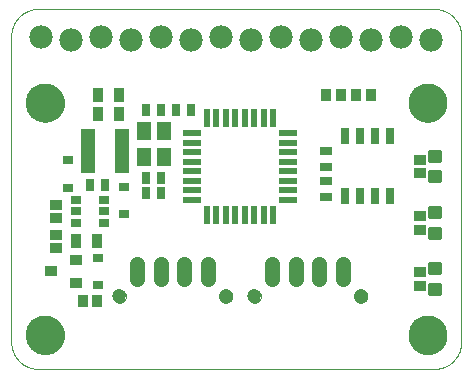
<source format=gts>
G75*
%MOIN*%
%OFA0B0*%
%FSLAX25Y25*%
%IPPOS*%
%LPD*%
%AMOC8*
5,1,8,0,0,1.08239X$1,22.5*
%
%ADD10C,0.00000*%
%ADD11C,0.12998*%
%ADD12R,0.03156X0.03943*%
%ADD13R,0.03550X0.05124*%
%ADD14R,0.03668X0.02880*%
%ADD15R,0.05124X0.14967*%
%ADD16R,0.03943X0.03746*%
%ADD17R,0.06109X0.02369*%
%ADD18R,0.02369X0.06109*%
%ADD19R,0.03943X0.03156*%
%ADD20C,0.01301*%
%ADD21R,0.02900X0.05400*%
%ADD22R,0.03550X0.02880*%
%ADD23R,0.03600X0.03900*%
%ADD24R,0.05124X0.05912*%
%ADD25R,0.03943X0.03550*%
%ADD26R,0.03746X0.03943*%
%ADD27C,0.05156*%
%ADD28C,0.04731*%
%ADD29C,0.07800*%
D10*
X0014550Y0005550D02*
X0146550Y0005550D01*
X0146767Y0005553D01*
X0146985Y0005561D01*
X0147202Y0005574D01*
X0147419Y0005592D01*
X0147635Y0005616D01*
X0147850Y0005644D01*
X0148065Y0005678D01*
X0148279Y0005718D01*
X0148492Y0005762D01*
X0148704Y0005812D01*
X0148914Y0005866D01*
X0149124Y0005926D01*
X0149331Y0005990D01*
X0149537Y0006060D01*
X0149741Y0006135D01*
X0149944Y0006214D01*
X0150144Y0006299D01*
X0150343Y0006388D01*
X0150539Y0006482D01*
X0150733Y0006581D01*
X0150924Y0006684D01*
X0151113Y0006792D01*
X0151299Y0006905D01*
X0151482Y0007022D01*
X0151663Y0007143D01*
X0151840Y0007269D01*
X0152014Y0007399D01*
X0152186Y0007533D01*
X0152354Y0007671D01*
X0152518Y0007813D01*
X0152679Y0007960D01*
X0152837Y0008110D01*
X0152990Y0008263D01*
X0153140Y0008421D01*
X0153287Y0008582D01*
X0153429Y0008746D01*
X0153567Y0008914D01*
X0153701Y0009086D01*
X0153831Y0009260D01*
X0153957Y0009437D01*
X0154078Y0009618D01*
X0154195Y0009801D01*
X0154308Y0009987D01*
X0154416Y0010176D01*
X0154519Y0010367D01*
X0154618Y0010561D01*
X0154712Y0010757D01*
X0154801Y0010956D01*
X0154886Y0011156D01*
X0154965Y0011359D01*
X0155040Y0011563D01*
X0155110Y0011769D01*
X0155174Y0011976D01*
X0155234Y0012186D01*
X0155288Y0012396D01*
X0155338Y0012608D01*
X0155382Y0012821D01*
X0155422Y0013035D01*
X0155456Y0013250D01*
X0155484Y0013465D01*
X0155508Y0013681D01*
X0155526Y0013898D01*
X0155539Y0014115D01*
X0155547Y0014333D01*
X0155550Y0014550D01*
X0155550Y0116550D01*
X0155547Y0116767D01*
X0155539Y0116985D01*
X0155526Y0117202D01*
X0155508Y0117419D01*
X0155484Y0117635D01*
X0155456Y0117850D01*
X0155422Y0118065D01*
X0155382Y0118279D01*
X0155338Y0118492D01*
X0155288Y0118704D01*
X0155234Y0118914D01*
X0155174Y0119124D01*
X0155110Y0119331D01*
X0155040Y0119537D01*
X0154965Y0119741D01*
X0154886Y0119944D01*
X0154801Y0120144D01*
X0154712Y0120343D01*
X0154618Y0120539D01*
X0154519Y0120733D01*
X0154416Y0120924D01*
X0154308Y0121113D01*
X0154195Y0121299D01*
X0154078Y0121482D01*
X0153957Y0121663D01*
X0153831Y0121840D01*
X0153701Y0122014D01*
X0153567Y0122186D01*
X0153429Y0122354D01*
X0153287Y0122518D01*
X0153140Y0122679D01*
X0152990Y0122837D01*
X0152837Y0122990D01*
X0152679Y0123140D01*
X0152518Y0123287D01*
X0152354Y0123429D01*
X0152186Y0123567D01*
X0152014Y0123701D01*
X0151840Y0123831D01*
X0151663Y0123957D01*
X0151482Y0124078D01*
X0151299Y0124195D01*
X0151113Y0124308D01*
X0150924Y0124416D01*
X0150733Y0124519D01*
X0150539Y0124618D01*
X0150343Y0124712D01*
X0150144Y0124801D01*
X0149944Y0124886D01*
X0149741Y0124965D01*
X0149537Y0125040D01*
X0149331Y0125110D01*
X0149124Y0125174D01*
X0148914Y0125234D01*
X0148704Y0125288D01*
X0148492Y0125338D01*
X0148279Y0125382D01*
X0148065Y0125422D01*
X0147850Y0125456D01*
X0147635Y0125484D01*
X0147419Y0125508D01*
X0147202Y0125526D01*
X0146985Y0125539D01*
X0146767Y0125547D01*
X0146550Y0125550D01*
X0014550Y0125550D01*
X0014333Y0125547D01*
X0014115Y0125539D01*
X0013898Y0125526D01*
X0013681Y0125508D01*
X0013465Y0125484D01*
X0013250Y0125456D01*
X0013035Y0125422D01*
X0012821Y0125382D01*
X0012608Y0125338D01*
X0012396Y0125288D01*
X0012186Y0125234D01*
X0011976Y0125174D01*
X0011769Y0125110D01*
X0011563Y0125040D01*
X0011359Y0124965D01*
X0011156Y0124886D01*
X0010956Y0124801D01*
X0010757Y0124712D01*
X0010561Y0124618D01*
X0010367Y0124519D01*
X0010176Y0124416D01*
X0009987Y0124308D01*
X0009801Y0124195D01*
X0009618Y0124078D01*
X0009437Y0123957D01*
X0009260Y0123831D01*
X0009086Y0123701D01*
X0008914Y0123567D01*
X0008746Y0123429D01*
X0008582Y0123287D01*
X0008421Y0123140D01*
X0008263Y0122990D01*
X0008110Y0122837D01*
X0007960Y0122679D01*
X0007813Y0122518D01*
X0007671Y0122354D01*
X0007533Y0122186D01*
X0007399Y0122014D01*
X0007269Y0121840D01*
X0007143Y0121663D01*
X0007022Y0121482D01*
X0006905Y0121299D01*
X0006792Y0121113D01*
X0006684Y0120924D01*
X0006581Y0120733D01*
X0006482Y0120539D01*
X0006388Y0120343D01*
X0006299Y0120144D01*
X0006214Y0119944D01*
X0006135Y0119741D01*
X0006060Y0119537D01*
X0005990Y0119331D01*
X0005926Y0119124D01*
X0005866Y0118914D01*
X0005812Y0118704D01*
X0005762Y0118492D01*
X0005718Y0118279D01*
X0005678Y0118065D01*
X0005644Y0117850D01*
X0005616Y0117635D01*
X0005592Y0117419D01*
X0005574Y0117202D01*
X0005561Y0116985D01*
X0005553Y0116767D01*
X0005550Y0116550D01*
X0005550Y0014550D01*
X0005553Y0014333D01*
X0005561Y0014115D01*
X0005574Y0013898D01*
X0005592Y0013681D01*
X0005616Y0013465D01*
X0005644Y0013250D01*
X0005678Y0013035D01*
X0005718Y0012821D01*
X0005762Y0012608D01*
X0005812Y0012396D01*
X0005866Y0012186D01*
X0005926Y0011976D01*
X0005990Y0011769D01*
X0006060Y0011563D01*
X0006135Y0011359D01*
X0006214Y0011156D01*
X0006299Y0010956D01*
X0006388Y0010757D01*
X0006482Y0010561D01*
X0006581Y0010367D01*
X0006684Y0010176D01*
X0006792Y0009987D01*
X0006905Y0009801D01*
X0007022Y0009618D01*
X0007143Y0009437D01*
X0007269Y0009260D01*
X0007399Y0009086D01*
X0007533Y0008914D01*
X0007671Y0008746D01*
X0007813Y0008582D01*
X0007960Y0008421D01*
X0008110Y0008263D01*
X0008263Y0008110D01*
X0008421Y0007960D01*
X0008582Y0007813D01*
X0008746Y0007671D01*
X0008914Y0007533D01*
X0009086Y0007399D01*
X0009260Y0007269D01*
X0009437Y0007143D01*
X0009618Y0007022D01*
X0009801Y0006905D01*
X0009987Y0006792D01*
X0010176Y0006684D01*
X0010367Y0006581D01*
X0010561Y0006482D01*
X0010757Y0006388D01*
X0010956Y0006299D01*
X0011156Y0006214D01*
X0011359Y0006135D01*
X0011563Y0006060D01*
X0011769Y0005990D01*
X0011976Y0005926D01*
X0012186Y0005866D01*
X0012396Y0005812D01*
X0012608Y0005762D01*
X0012821Y0005718D01*
X0013035Y0005678D01*
X0013250Y0005644D01*
X0013465Y0005616D01*
X0013681Y0005592D01*
X0013898Y0005574D01*
X0014115Y0005561D01*
X0014333Y0005553D01*
X0014550Y0005550D01*
X0010501Y0016800D02*
X0010503Y0016958D01*
X0010509Y0017116D01*
X0010519Y0017274D01*
X0010533Y0017432D01*
X0010551Y0017589D01*
X0010572Y0017746D01*
X0010598Y0017902D01*
X0010628Y0018058D01*
X0010661Y0018213D01*
X0010699Y0018366D01*
X0010740Y0018519D01*
X0010785Y0018671D01*
X0010834Y0018822D01*
X0010887Y0018971D01*
X0010943Y0019119D01*
X0011003Y0019265D01*
X0011067Y0019410D01*
X0011135Y0019553D01*
X0011206Y0019695D01*
X0011280Y0019835D01*
X0011358Y0019972D01*
X0011440Y0020108D01*
X0011524Y0020242D01*
X0011613Y0020373D01*
X0011704Y0020502D01*
X0011799Y0020629D01*
X0011896Y0020754D01*
X0011997Y0020876D01*
X0012101Y0020995D01*
X0012208Y0021112D01*
X0012318Y0021226D01*
X0012431Y0021337D01*
X0012546Y0021446D01*
X0012664Y0021551D01*
X0012785Y0021653D01*
X0012908Y0021753D01*
X0013034Y0021849D01*
X0013162Y0021942D01*
X0013292Y0022032D01*
X0013425Y0022118D01*
X0013560Y0022202D01*
X0013696Y0022281D01*
X0013835Y0022358D01*
X0013976Y0022430D01*
X0014118Y0022500D01*
X0014262Y0022565D01*
X0014408Y0022627D01*
X0014555Y0022685D01*
X0014704Y0022740D01*
X0014854Y0022791D01*
X0015005Y0022838D01*
X0015157Y0022881D01*
X0015310Y0022920D01*
X0015465Y0022956D01*
X0015620Y0022987D01*
X0015776Y0023015D01*
X0015932Y0023039D01*
X0016089Y0023059D01*
X0016247Y0023075D01*
X0016404Y0023087D01*
X0016563Y0023095D01*
X0016721Y0023099D01*
X0016879Y0023099D01*
X0017037Y0023095D01*
X0017196Y0023087D01*
X0017353Y0023075D01*
X0017511Y0023059D01*
X0017668Y0023039D01*
X0017824Y0023015D01*
X0017980Y0022987D01*
X0018135Y0022956D01*
X0018290Y0022920D01*
X0018443Y0022881D01*
X0018595Y0022838D01*
X0018746Y0022791D01*
X0018896Y0022740D01*
X0019045Y0022685D01*
X0019192Y0022627D01*
X0019338Y0022565D01*
X0019482Y0022500D01*
X0019624Y0022430D01*
X0019765Y0022358D01*
X0019904Y0022281D01*
X0020040Y0022202D01*
X0020175Y0022118D01*
X0020308Y0022032D01*
X0020438Y0021942D01*
X0020566Y0021849D01*
X0020692Y0021753D01*
X0020815Y0021653D01*
X0020936Y0021551D01*
X0021054Y0021446D01*
X0021169Y0021337D01*
X0021282Y0021226D01*
X0021392Y0021112D01*
X0021499Y0020995D01*
X0021603Y0020876D01*
X0021704Y0020754D01*
X0021801Y0020629D01*
X0021896Y0020502D01*
X0021987Y0020373D01*
X0022076Y0020242D01*
X0022160Y0020108D01*
X0022242Y0019972D01*
X0022320Y0019835D01*
X0022394Y0019695D01*
X0022465Y0019553D01*
X0022533Y0019410D01*
X0022597Y0019265D01*
X0022657Y0019119D01*
X0022713Y0018971D01*
X0022766Y0018822D01*
X0022815Y0018671D01*
X0022860Y0018519D01*
X0022901Y0018366D01*
X0022939Y0018213D01*
X0022972Y0018058D01*
X0023002Y0017902D01*
X0023028Y0017746D01*
X0023049Y0017589D01*
X0023067Y0017432D01*
X0023081Y0017274D01*
X0023091Y0017116D01*
X0023097Y0016958D01*
X0023099Y0016800D01*
X0023097Y0016642D01*
X0023091Y0016484D01*
X0023081Y0016326D01*
X0023067Y0016168D01*
X0023049Y0016011D01*
X0023028Y0015854D01*
X0023002Y0015698D01*
X0022972Y0015542D01*
X0022939Y0015387D01*
X0022901Y0015234D01*
X0022860Y0015081D01*
X0022815Y0014929D01*
X0022766Y0014778D01*
X0022713Y0014629D01*
X0022657Y0014481D01*
X0022597Y0014335D01*
X0022533Y0014190D01*
X0022465Y0014047D01*
X0022394Y0013905D01*
X0022320Y0013765D01*
X0022242Y0013628D01*
X0022160Y0013492D01*
X0022076Y0013358D01*
X0021987Y0013227D01*
X0021896Y0013098D01*
X0021801Y0012971D01*
X0021704Y0012846D01*
X0021603Y0012724D01*
X0021499Y0012605D01*
X0021392Y0012488D01*
X0021282Y0012374D01*
X0021169Y0012263D01*
X0021054Y0012154D01*
X0020936Y0012049D01*
X0020815Y0011947D01*
X0020692Y0011847D01*
X0020566Y0011751D01*
X0020438Y0011658D01*
X0020308Y0011568D01*
X0020175Y0011482D01*
X0020040Y0011398D01*
X0019904Y0011319D01*
X0019765Y0011242D01*
X0019624Y0011170D01*
X0019482Y0011100D01*
X0019338Y0011035D01*
X0019192Y0010973D01*
X0019045Y0010915D01*
X0018896Y0010860D01*
X0018746Y0010809D01*
X0018595Y0010762D01*
X0018443Y0010719D01*
X0018290Y0010680D01*
X0018135Y0010644D01*
X0017980Y0010613D01*
X0017824Y0010585D01*
X0017668Y0010561D01*
X0017511Y0010541D01*
X0017353Y0010525D01*
X0017196Y0010513D01*
X0017037Y0010505D01*
X0016879Y0010501D01*
X0016721Y0010501D01*
X0016563Y0010505D01*
X0016404Y0010513D01*
X0016247Y0010525D01*
X0016089Y0010541D01*
X0015932Y0010561D01*
X0015776Y0010585D01*
X0015620Y0010613D01*
X0015465Y0010644D01*
X0015310Y0010680D01*
X0015157Y0010719D01*
X0015005Y0010762D01*
X0014854Y0010809D01*
X0014704Y0010860D01*
X0014555Y0010915D01*
X0014408Y0010973D01*
X0014262Y0011035D01*
X0014118Y0011100D01*
X0013976Y0011170D01*
X0013835Y0011242D01*
X0013696Y0011319D01*
X0013560Y0011398D01*
X0013425Y0011482D01*
X0013292Y0011568D01*
X0013162Y0011658D01*
X0013034Y0011751D01*
X0012908Y0011847D01*
X0012785Y0011947D01*
X0012664Y0012049D01*
X0012546Y0012154D01*
X0012431Y0012263D01*
X0012318Y0012374D01*
X0012208Y0012488D01*
X0012101Y0012605D01*
X0011997Y0012724D01*
X0011896Y0012846D01*
X0011799Y0012971D01*
X0011704Y0013098D01*
X0011613Y0013227D01*
X0011524Y0013358D01*
X0011440Y0013492D01*
X0011358Y0013628D01*
X0011280Y0013765D01*
X0011206Y0013905D01*
X0011135Y0014047D01*
X0011067Y0014190D01*
X0011003Y0014335D01*
X0010943Y0014481D01*
X0010887Y0014629D01*
X0010834Y0014778D01*
X0010785Y0014929D01*
X0010740Y0015081D01*
X0010699Y0015234D01*
X0010661Y0015387D01*
X0010628Y0015542D01*
X0010598Y0015698D01*
X0010572Y0015854D01*
X0010551Y0016011D01*
X0010533Y0016168D01*
X0010519Y0016326D01*
X0010509Y0016484D01*
X0010503Y0016642D01*
X0010501Y0016800D01*
X0039418Y0029782D02*
X0039420Y0029875D01*
X0039426Y0029967D01*
X0039436Y0030059D01*
X0039450Y0030150D01*
X0039467Y0030241D01*
X0039489Y0030331D01*
X0039514Y0030420D01*
X0039543Y0030508D01*
X0039576Y0030594D01*
X0039613Y0030679D01*
X0039653Y0030763D01*
X0039697Y0030844D01*
X0039744Y0030924D01*
X0039794Y0031002D01*
X0039848Y0031077D01*
X0039905Y0031150D01*
X0039965Y0031220D01*
X0040028Y0031288D01*
X0040094Y0031353D01*
X0040162Y0031415D01*
X0040233Y0031475D01*
X0040307Y0031531D01*
X0040383Y0031584D01*
X0040461Y0031633D01*
X0040541Y0031680D01*
X0040623Y0031722D01*
X0040707Y0031762D01*
X0040792Y0031797D01*
X0040879Y0031829D01*
X0040967Y0031858D01*
X0041056Y0031882D01*
X0041146Y0031903D01*
X0041237Y0031919D01*
X0041329Y0031932D01*
X0041421Y0031941D01*
X0041514Y0031946D01*
X0041606Y0031947D01*
X0041699Y0031944D01*
X0041791Y0031937D01*
X0041883Y0031926D01*
X0041974Y0031911D01*
X0042065Y0031893D01*
X0042155Y0031870D01*
X0042243Y0031844D01*
X0042331Y0031814D01*
X0042417Y0031780D01*
X0042501Y0031743D01*
X0042584Y0031701D01*
X0042665Y0031657D01*
X0042745Y0031609D01*
X0042822Y0031558D01*
X0042896Y0031503D01*
X0042969Y0031445D01*
X0043039Y0031385D01*
X0043106Y0031321D01*
X0043170Y0031255D01*
X0043232Y0031185D01*
X0043290Y0031114D01*
X0043345Y0031040D01*
X0043397Y0030963D01*
X0043446Y0030884D01*
X0043492Y0030804D01*
X0043534Y0030721D01*
X0043572Y0030637D01*
X0043607Y0030551D01*
X0043638Y0030464D01*
X0043665Y0030376D01*
X0043688Y0030286D01*
X0043708Y0030196D01*
X0043724Y0030105D01*
X0043736Y0030013D01*
X0043744Y0029921D01*
X0043748Y0029828D01*
X0043748Y0029736D01*
X0043744Y0029643D01*
X0043736Y0029551D01*
X0043724Y0029459D01*
X0043708Y0029368D01*
X0043688Y0029278D01*
X0043665Y0029188D01*
X0043638Y0029100D01*
X0043607Y0029013D01*
X0043572Y0028927D01*
X0043534Y0028843D01*
X0043492Y0028760D01*
X0043446Y0028680D01*
X0043397Y0028601D01*
X0043345Y0028524D01*
X0043290Y0028450D01*
X0043232Y0028379D01*
X0043170Y0028309D01*
X0043106Y0028243D01*
X0043039Y0028179D01*
X0042969Y0028119D01*
X0042896Y0028061D01*
X0042822Y0028006D01*
X0042745Y0027955D01*
X0042666Y0027907D01*
X0042584Y0027863D01*
X0042501Y0027821D01*
X0042417Y0027784D01*
X0042331Y0027750D01*
X0042243Y0027720D01*
X0042155Y0027694D01*
X0042065Y0027671D01*
X0041974Y0027653D01*
X0041883Y0027638D01*
X0041791Y0027627D01*
X0041699Y0027620D01*
X0041606Y0027617D01*
X0041514Y0027618D01*
X0041421Y0027623D01*
X0041329Y0027632D01*
X0041237Y0027645D01*
X0041146Y0027661D01*
X0041056Y0027682D01*
X0040967Y0027706D01*
X0040879Y0027735D01*
X0040792Y0027767D01*
X0040707Y0027802D01*
X0040623Y0027842D01*
X0040541Y0027884D01*
X0040461Y0027931D01*
X0040383Y0027980D01*
X0040307Y0028033D01*
X0040233Y0028089D01*
X0040162Y0028149D01*
X0040094Y0028211D01*
X0040028Y0028276D01*
X0039965Y0028344D01*
X0039905Y0028414D01*
X0039848Y0028487D01*
X0039794Y0028562D01*
X0039744Y0028640D01*
X0039697Y0028720D01*
X0039653Y0028801D01*
X0039613Y0028885D01*
X0039576Y0028970D01*
X0039543Y0029056D01*
X0039514Y0029144D01*
X0039489Y0029233D01*
X0039467Y0029323D01*
X0039450Y0029414D01*
X0039436Y0029505D01*
X0039426Y0029597D01*
X0039420Y0029689D01*
X0039418Y0029782D01*
X0074852Y0029782D02*
X0074854Y0029875D01*
X0074860Y0029967D01*
X0074870Y0030059D01*
X0074884Y0030150D01*
X0074901Y0030241D01*
X0074923Y0030331D01*
X0074948Y0030420D01*
X0074977Y0030508D01*
X0075010Y0030594D01*
X0075047Y0030679D01*
X0075087Y0030763D01*
X0075131Y0030844D01*
X0075178Y0030924D01*
X0075228Y0031002D01*
X0075282Y0031077D01*
X0075339Y0031150D01*
X0075399Y0031220D01*
X0075462Y0031288D01*
X0075528Y0031353D01*
X0075596Y0031415D01*
X0075667Y0031475D01*
X0075741Y0031531D01*
X0075817Y0031584D01*
X0075895Y0031633D01*
X0075975Y0031680D01*
X0076057Y0031722D01*
X0076141Y0031762D01*
X0076226Y0031797D01*
X0076313Y0031829D01*
X0076401Y0031858D01*
X0076490Y0031882D01*
X0076580Y0031903D01*
X0076671Y0031919D01*
X0076763Y0031932D01*
X0076855Y0031941D01*
X0076948Y0031946D01*
X0077040Y0031947D01*
X0077133Y0031944D01*
X0077225Y0031937D01*
X0077317Y0031926D01*
X0077408Y0031911D01*
X0077499Y0031893D01*
X0077589Y0031870D01*
X0077677Y0031844D01*
X0077765Y0031814D01*
X0077851Y0031780D01*
X0077935Y0031743D01*
X0078018Y0031701D01*
X0078099Y0031657D01*
X0078179Y0031609D01*
X0078256Y0031558D01*
X0078330Y0031503D01*
X0078403Y0031445D01*
X0078473Y0031385D01*
X0078540Y0031321D01*
X0078604Y0031255D01*
X0078666Y0031185D01*
X0078724Y0031114D01*
X0078779Y0031040D01*
X0078831Y0030963D01*
X0078880Y0030884D01*
X0078926Y0030804D01*
X0078968Y0030721D01*
X0079006Y0030637D01*
X0079041Y0030551D01*
X0079072Y0030464D01*
X0079099Y0030376D01*
X0079122Y0030286D01*
X0079142Y0030196D01*
X0079158Y0030105D01*
X0079170Y0030013D01*
X0079178Y0029921D01*
X0079182Y0029828D01*
X0079182Y0029736D01*
X0079178Y0029643D01*
X0079170Y0029551D01*
X0079158Y0029459D01*
X0079142Y0029368D01*
X0079122Y0029278D01*
X0079099Y0029188D01*
X0079072Y0029100D01*
X0079041Y0029013D01*
X0079006Y0028927D01*
X0078968Y0028843D01*
X0078926Y0028760D01*
X0078880Y0028680D01*
X0078831Y0028601D01*
X0078779Y0028524D01*
X0078724Y0028450D01*
X0078666Y0028379D01*
X0078604Y0028309D01*
X0078540Y0028243D01*
X0078473Y0028179D01*
X0078403Y0028119D01*
X0078330Y0028061D01*
X0078256Y0028006D01*
X0078179Y0027955D01*
X0078100Y0027907D01*
X0078018Y0027863D01*
X0077935Y0027821D01*
X0077851Y0027784D01*
X0077765Y0027750D01*
X0077677Y0027720D01*
X0077589Y0027694D01*
X0077499Y0027671D01*
X0077408Y0027653D01*
X0077317Y0027638D01*
X0077225Y0027627D01*
X0077133Y0027620D01*
X0077040Y0027617D01*
X0076948Y0027618D01*
X0076855Y0027623D01*
X0076763Y0027632D01*
X0076671Y0027645D01*
X0076580Y0027661D01*
X0076490Y0027682D01*
X0076401Y0027706D01*
X0076313Y0027735D01*
X0076226Y0027767D01*
X0076141Y0027802D01*
X0076057Y0027842D01*
X0075975Y0027884D01*
X0075895Y0027931D01*
X0075817Y0027980D01*
X0075741Y0028033D01*
X0075667Y0028089D01*
X0075596Y0028149D01*
X0075528Y0028211D01*
X0075462Y0028276D01*
X0075399Y0028344D01*
X0075339Y0028414D01*
X0075282Y0028487D01*
X0075228Y0028562D01*
X0075178Y0028640D01*
X0075131Y0028720D01*
X0075087Y0028801D01*
X0075047Y0028885D01*
X0075010Y0028970D01*
X0074977Y0029056D01*
X0074948Y0029144D01*
X0074923Y0029233D01*
X0074901Y0029323D01*
X0074884Y0029414D01*
X0074870Y0029505D01*
X0074860Y0029597D01*
X0074854Y0029689D01*
X0074852Y0029782D01*
X0084418Y0029782D02*
X0084420Y0029875D01*
X0084426Y0029967D01*
X0084436Y0030059D01*
X0084450Y0030150D01*
X0084467Y0030241D01*
X0084489Y0030331D01*
X0084514Y0030420D01*
X0084543Y0030508D01*
X0084576Y0030594D01*
X0084613Y0030679D01*
X0084653Y0030763D01*
X0084697Y0030844D01*
X0084744Y0030924D01*
X0084794Y0031002D01*
X0084848Y0031077D01*
X0084905Y0031150D01*
X0084965Y0031220D01*
X0085028Y0031288D01*
X0085094Y0031353D01*
X0085162Y0031415D01*
X0085233Y0031475D01*
X0085307Y0031531D01*
X0085383Y0031584D01*
X0085461Y0031633D01*
X0085541Y0031680D01*
X0085623Y0031722D01*
X0085707Y0031762D01*
X0085792Y0031797D01*
X0085879Y0031829D01*
X0085967Y0031858D01*
X0086056Y0031882D01*
X0086146Y0031903D01*
X0086237Y0031919D01*
X0086329Y0031932D01*
X0086421Y0031941D01*
X0086514Y0031946D01*
X0086606Y0031947D01*
X0086699Y0031944D01*
X0086791Y0031937D01*
X0086883Y0031926D01*
X0086974Y0031911D01*
X0087065Y0031893D01*
X0087155Y0031870D01*
X0087243Y0031844D01*
X0087331Y0031814D01*
X0087417Y0031780D01*
X0087501Y0031743D01*
X0087584Y0031701D01*
X0087665Y0031657D01*
X0087745Y0031609D01*
X0087822Y0031558D01*
X0087896Y0031503D01*
X0087969Y0031445D01*
X0088039Y0031385D01*
X0088106Y0031321D01*
X0088170Y0031255D01*
X0088232Y0031185D01*
X0088290Y0031114D01*
X0088345Y0031040D01*
X0088397Y0030963D01*
X0088446Y0030884D01*
X0088492Y0030804D01*
X0088534Y0030721D01*
X0088572Y0030637D01*
X0088607Y0030551D01*
X0088638Y0030464D01*
X0088665Y0030376D01*
X0088688Y0030286D01*
X0088708Y0030196D01*
X0088724Y0030105D01*
X0088736Y0030013D01*
X0088744Y0029921D01*
X0088748Y0029828D01*
X0088748Y0029736D01*
X0088744Y0029643D01*
X0088736Y0029551D01*
X0088724Y0029459D01*
X0088708Y0029368D01*
X0088688Y0029278D01*
X0088665Y0029188D01*
X0088638Y0029100D01*
X0088607Y0029013D01*
X0088572Y0028927D01*
X0088534Y0028843D01*
X0088492Y0028760D01*
X0088446Y0028680D01*
X0088397Y0028601D01*
X0088345Y0028524D01*
X0088290Y0028450D01*
X0088232Y0028379D01*
X0088170Y0028309D01*
X0088106Y0028243D01*
X0088039Y0028179D01*
X0087969Y0028119D01*
X0087896Y0028061D01*
X0087822Y0028006D01*
X0087745Y0027955D01*
X0087666Y0027907D01*
X0087584Y0027863D01*
X0087501Y0027821D01*
X0087417Y0027784D01*
X0087331Y0027750D01*
X0087243Y0027720D01*
X0087155Y0027694D01*
X0087065Y0027671D01*
X0086974Y0027653D01*
X0086883Y0027638D01*
X0086791Y0027627D01*
X0086699Y0027620D01*
X0086606Y0027617D01*
X0086514Y0027618D01*
X0086421Y0027623D01*
X0086329Y0027632D01*
X0086237Y0027645D01*
X0086146Y0027661D01*
X0086056Y0027682D01*
X0085967Y0027706D01*
X0085879Y0027735D01*
X0085792Y0027767D01*
X0085707Y0027802D01*
X0085623Y0027842D01*
X0085541Y0027884D01*
X0085461Y0027931D01*
X0085383Y0027980D01*
X0085307Y0028033D01*
X0085233Y0028089D01*
X0085162Y0028149D01*
X0085094Y0028211D01*
X0085028Y0028276D01*
X0084965Y0028344D01*
X0084905Y0028414D01*
X0084848Y0028487D01*
X0084794Y0028562D01*
X0084744Y0028640D01*
X0084697Y0028720D01*
X0084653Y0028801D01*
X0084613Y0028885D01*
X0084576Y0028970D01*
X0084543Y0029056D01*
X0084514Y0029144D01*
X0084489Y0029233D01*
X0084467Y0029323D01*
X0084450Y0029414D01*
X0084436Y0029505D01*
X0084426Y0029597D01*
X0084420Y0029689D01*
X0084418Y0029782D01*
X0119852Y0029782D02*
X0119854Y0029875D01*
X0119860Y0029967D01*
X0119870Y0030059D01*
X0119884Y0030150D01*
X0119901Y0030241D01*
X0119923Y0030331D01*
X0119948Y0030420D01*
X0119977Y0030508D01*
X0120010Y0030594D01*
X0120047Y0030679D01*
X0120087Y0030763D01*
X0120131Y0030844D01*
X0120178Y0030924D01*
X0120228Y0031002D01*
X0120282Y0031077D01*
X0120339Y0031150D01*
X0120399Y0031220D01*
X0120462Y0031288D01*
X0120528Y0031353D01*
X0120596Y0031415D01*
X0120667Y0031475D01*
X0120741Y0031531D01*
X0120817Y0031584D01*
X0120895Y0031633D01*
X0120975Y0031680D01*
X0121057Y0031722D01*
X0121141Y0031762D01*
X0121226Y0031797D01*
X0121313Y0031829D01*
X0121401Y0031858D01*
X0121490Y0031882D01*
X0121580Y0031903D01*
X0121671Y0031919D01*
X0121763Y0031932D01*
X0121855Y0031941D01*
X0121948Y0031946D01*
X0122040Y0031947D01*
X0122133Y0031944D01*
X0122225Y0031937D01*
X0122317Y0031926D01*
X0122408Y0031911D01*
X0122499Y0031893D01*
X0122589Y0031870D01*
X0122677Y0031844D01*
X0122765Y0031814D01*
X0122851Y0031780D01*
X0122935Y0031743D01*
X0123018Y0031701D01*
X0123099Y0031657D01*
X0123179Y0031609D01*
X0123256Y0031558D01*
X0123330Y0031503D01*
X0123403Y0031445D01*
X0123473Y0031385D01*
X0123540Y0031321D01*
X0123604Y0031255D01*
X0123666Y0031185D01*
X0123724Y0031114D01*
X0123779Y0031040D01*
X0123831Y0030963D01*
X0123880Y0030884D01*
X0123926Y0030804D01*
X0123968Y0030721D01*
X0124006Y0030637D01*
X0124041Y0030551D01*
X0124072Y0030464D01*
X0124099Y0030376D01*
X0124122Y0030286D01*
X0124142Y0030196D01*
X0124158Y0030105D01*
X0124170Y0030013D01*
X0124178Y0029921D01*
X0124182Y0029828D01*
X0124182Y0029736D01*
X0124178Y0029643D01*
X0124170Y0029551D01*
X0124158Y0029459D01*
X0124142Y0029368D01*
X0124122Y0029278D01*
X0124099Y0029188D01*
X0124072Y0029100D01*
X0124041Y0029013D01*
X0124006Y0028927D01*
X0123968Y0028843D01*
X0123926Y0028760D01*
X0123880Y0028680D01*
X0123831Y0028601D01*
X0123779Y0028524D01*
X0123724Y0028450D01*
X0123666Y0028379D01*
X0123604Y0028309D01*
X0123540Y0028243D01*
X0123473Y0028179D01*
X0123403Y0028119D01*
X0123330Y0028061D01*
X0123256Y0028006D01*
X0123179Y0027955D01*
X0123100Y0027907D01*
X0123018Y0027863D01*
X0122935Y0027821D01*
X0122851Y0027784D01*
X0122765Y0027750D01*
X0122677Y0027720D01*
X0122589Y0027694D01*
X0122499Y0027671D01*
X0122408Y0027653D01*
X0122317Y0027638D01*
X0122225Y0027627D01*
X0122133Y0027620D01*
X0122040Y0027617D01*
X0121948Y0027618D01*
X0121855Y0027623D01*
X0121763Y0027632D01*
X0121671Y0027645D01*
X0121580Y0027661D01*
X0121490Y0027682D01*
X0121401Y0027706D01*
X0121313Y0027735D01*
X0121226Y0027767D01*
X0121141Y0027802D01*
X0121057Y0027842D01*
X0120975Y0027884D01*
X0120895Y0027931D01*
X0120817Y0027980D01*
X0120741Y0028033D01*
X0120667Y0028089D01*
X0120596Y0028149D01*
X0120528Y0028211D01*
X0120462Y0028276D01*
X0120399Y0028344D01*
X0120339Y0028414D01*
X0120282Y0028487D01*
X0120228Y0028562D01*
X0120178Y0028640D01*
X0120131Y0028720D01*
X0120087Y0028801D01*
X0120047Y0028885D01*
X0120010Y0028970D01*
X0119977Y0029056D01*
X0119948Y0029144D01*
X0119923Y0029233D01*
X0119901Y0029323D01*
X0119884Y0029414D01*
X0119870Y0029505D01*
X0119860Y0029597D01*
X0119854Y0029689D01*
X0119852Y0029782D01*
X0138001Y0016800D02*
X0138003Y0016958D01*
X0138009Y0017116D01*
X0138019Y0017274D01*
X0138033Y0017432D01*
X0138051Y0017589D01*
X0138072Y0017746D01*
X0138098Y0017902D01*
X0138128Y0018058D01*
X0138161Y0018213D01*
X0138199Y0018366D01*
X0138240Y0018519D01*
X0138285Y0018671D01*
X0138334Y0018822D01*
X0138387Y0018971D01*
X0138443Y0019119D01*
X0138503Y0019265D01*
X0138567Y0019410D01*
X0138635Y0019553D01*
X0138706Y0019695D01*
X0138780Y0019835D01*
X0138858Y0019972D01*
X0138940Y0020108D01*
X0139024Y0020242D01*
X0139113Y0020373D01*
X0139204Y0020502D01*
X0139299Y0020629D01*
X0139396Y0020754D01*
X0139497Y0020876D01*
X0139601Y0020995D01*
X0139708Y0021112D01*
X0139818Y0021226D01*
X0139931Y0021337D01*
X0140046Y0021446D01*
X0140164Y0021551D01*
X0140285Y0021653D01*
X0140408Y0021753D01*
X0140534Y0021849D01*
X0140662Y0021942D01*
X0140792Y0022032D01*
X0140925Y0022118D01*
X0141060Y0022202D01*
X0141196Y0022281D01*
X0141335Y0022358D01*
X0141476Y0022430D01*
X0141618Y0022500D01*
X0141762Y0022565D01*
X0141908Y0022627D01*
X0142055Y0022685D01*
X0142204Y0022740D01*
X0142354Y0022791D01*
X0142505Y0022838D01*
X0142657Y0022881D01*
X0142810Y0022920D01*
X0142965Y0022956D01*
X0143120Y0022987D01*
X0143276Y0023015D01*
X0143432Y0023039D01*
X0143589Y0023059D01*
X0143747Y0023075D01*
X0143904Y0023087D01*
X0144063Y0023095D01*
X0144221Y0023099D01*
X0144379Y0023099D01*
X0144537Y0023095D01*
X0144696Y0023087D01*
X0144853Y0023075D01*
X0145011Y0023059D01*
X0145168Y0023039D01*
X0145324Y0023015D01*
X0145480Y0022987D01*
X0145635Y0022956D01*
X0145790Y0022920D01*
X0145943Y0022881D01*
X0146095Y0022838D01*
X0146246Y0022791D01*
X0146396Y0022740D01*
X0146545Y0022685D01*
X0146692Y0022627D01*
X0146838Y0022565D01*
X0146982Y0022500D01*
X0147124Y0022430D01*
X0147265Y0022358D01*
X0147404Y0022281D01*
X0147540Y0022202D01*
X0147675Y0022118D01*
X0147808Y0022032D01*
X0147938Y0021942D01*
X0148066Y0021849D01*
X0148192Y0021753D01*
X0148315Y0021653D01*
X0148436Y0021551D01*
X0148554Y0021446D01*
X0148669Y0021337D01*
X0148782Y0021226D01*
X0148892Y0021112D01*
X0148999Y0020995D01*
X0149103Y0020876D01*
X0149204Y0020754D01*
X0149301Y0020629D01*
X0149396Y0020502D01*
X0149487Y0020373D01*
X0149576Y0020242D01*
X0149660Y0020108D01*
X0149742Y0019972D01*
X0149820Y0019835D01*
X0149894Y0019695D01*
X0149965Y0019553D01*
X0150033Y0019410D01*
X0150097Y0019265D01*
X0150157Y0019119D01*
X0150213Y0018971D01*
X0150266Y0018822D01*
X0150315Y0018671D01*
X0150360Y0018519D01*
X0150401Y0018366D01*
X0150439Y0018213D01*
X0150472Y0018058D01*
X0150502Y0017902D01*
X0150528Y0017746D01*
X0150549Y0017589D01*
X0150567Y0017432D01*
X0150581Y0017274D01*
X0150591Y0017116D01*
X0150597Y0016958D01*
X0150599Y0016800D01*
X0150597Y0016642D01*
X0150591Y0016484D01*
X0150581Y0016326D01*
X0150567Y0016168D01*
X0150549Y0016011D01*
X0150528Y0015854D01*
X0150502Y0015698D01*
X0150472Y0015542D01*
X0150439Y0015387D01*
X0150401Y0015234D01*
X0150360Y0015081D01*
X0150315Y0014929D01*
X0150266Y0014778D01*
X0150213Y0014629D01*
X0150157Y0014481D01*
X0150097Y0014335D01*
X0150033Y0014190D01*
X0149965Y0014047D01*
X0149894Y0013905D01*
X0149820Y0013765D01*
X0149742Y0013628D01*
X0149660Y0013492D01*
X0149576Y0013358D01*
X0149487Y0013227D01*
X0149396Y0013098D01*
X0149301Y0012971D01*
X0149204Y0012846D01*
X0149103Y0012724D01*
X0148999Y0012605D01*
X0148892Y0012488D01*
X0148782Y0012374D01*
X0148669Y0012263D01*
X0148554Y0012154D01*
X0148436Y0012049D01*
X0148315Y0011947D01*
X0148192Y0011847D01*
X0148066Y0011751D01*
X0147938Y0011658D01*
X0147808Y0011568D01*
X0147675Y0011482D01*
X0147540Y0011398D01*
X0147404Y0011319D01*
X0147265Y0011242D01*
X0147124Y0011170D01*
X0146982Y0011100D01*
X0146838Y0011035D01*
X0146692Y0010973D01*
X0146545Y0010915D01*
X0146396Y0010860D01*
X0146246Y0010809D01*
X0146095Y0010762D01*
X0145943Y0010719D01*
X0145790Y0010680D01*
X0145635Y0010644D01*
X0145480Y0010613D01*
X0145324Y0010585D01*
X0145168Y0010561D01*
X0145011Y0010541D01*
X0144853Y0010525D01*
X0144696Y0010513D01*
X0144537Y0010505D01*
X0144379Y0010501D01*
X0144221Y0010501D01*
X0144063Y0010505D01*
X0143904Y0010513D01*
X0143747Y0010525D01*
X0143589Y0010541D01*
X0143432Y0010561D01*
X0143276Y0010585D01*
X0143120Y0010613D01*
X0142965Y0010644D01*
X0142810Y0010680D01*
X0142657Y0010719D01*
X0142505Y0010762D01*
X0142354Y0010809D01*
X0142204Y0010860D01*
X0142055Y0010915D01*
X0141908Y0010973D01*
X0141762Y0011035D01*
X0141618Y0011100D01*
X0141476Y0011170D01*
X0141335Y0011242D01*
X0141196Y0011319D01*
X0141060Y0011398D01*
X0140925Y0011482D01*
X0140792Y0011568D01*
X0140662Y0011658D01*
X0140534Y0011751D01*
X0140408Y0011847D01*
X0140285Y0011947D01*
X0140164Y0012049D01*
X0140046Y0012154D01*
X0139931Y0012263D01*
X0139818Y0012374D01*
X0139708Y0012488D01*
X0139601Y0012605D01*
X0139497Y0012724D01*
X0139396Y0012846D01*
X0139299Y0012971D01*
X0139204Y0013098D01*
X0139113Y0013227D01*
X0139024Y0013358D01*
X0138940Y0013492D01*
X0138858Y0013628D01*
X0138780Y0013765D01*
X0138706Y0013905D01*
X0138635Y0014047D01*
X0138567Y0014190D01*
X0138503Y0014335D01*
X0138443Y0014481D01*
X0138387Y0014629D01*
X0138334Y0014778D01*
X0138285Y0014929D01*
X0138240Y0015081D01*
X0138199Y0015234D01*
X0138161Y0015387D01*
X0138128Y0015542D01*
X0138098Y0015698D01*
X0138072Y0015854D01*
X0138051Y0016011D01*
X0138033Y0016168D01*
X0138019Y0016326D01*
X0138009Y0016484D01*
X0138003Y0016642D01*
X0138001Y0016800D01*
X0138001Y0094300D02*
X0138003Y0094458D01*
X0138009Y0094616D01*
X0138019Y0094774D01*
X0138033Y0094932D01*
X0138051Y0095089D01*
X0138072Y0095246D01*
X0138098Y0095402D01*
X0138128Y0095558D01*
X0138161Y0095713D01*
X0138199Y0095866D01*
X0138240Y0096019D01*
X0138285Y0096171D01*
X0138334Y0096322D01*
X0138387Y0096471D01*
X0138443Y0096619D01*
X0138503Y0096765D01*
X0138567Y0096910D01*
X0138635Y0097053D01*
X0138706Y0097195D01*
X0138780Y0097335D01*
X0138858Y0097472D01*
X0138940Y0097608D01*
X0139024Y0097742D01*
X0139113Y0097873D01*
X0139204Y0098002D01*
X0139299Y0098129D01*
X0139396Y0098254D01*
X0139497Y0098376D01*
X0139601Y0098495D01*
X0139708Y0098612D01*
X0139818Y0098726D01*
X0139931Y0098837D01*
X0140046Y0098946D01*
X0140164Y0099051D01*
X0140285Y0099153D01*
X0140408Y0099253D01*
X0140534Y0099349D01*
X0140662Y0099442D01*
X0140792Y0099532D01*
X0140925Y0099618D01*
X0141060Y0099702D01*
X0141196Y0099781D01*
X0141335Y0099858D01*
X0141476Y0099930D01*
X0141618Y0100000D01*
X0141762Y0100065D01*
X0141908Y0100127D01*
X0142055Y0100185D01*
X0142204Y0100240D01*
X0142354Y0100291D01*
X0142505Y0100338D01*
X0142657Y0100381D01*
X0142810Y0100420D01*
X0142965Y0100456D01*
X0143120Y0100487D01*
X0143276Y0100515D01*
X0143432Y0100539D01*
X0143589Y0100559D01*
X0143747Y0100575D01*
X0143904Y0100587D01*
X0144063Y0100595D01*
X0144221Y0100599D01*
X0144379Y0100599D01*
X0144537Y0100595D01*
X0144696Y0100587D01*
X0144853Y0100575D01*
X0145011Y0100559D01*
X0145168Y0100539D01*
X0145324Y0100515D01*
X0145480Y0100487D01*
X0145635Y0100456D01*
X0145790Y0100420D01*
X0145943Y0100381D01*
X0146095Y0100338D01*
X0146246Y0100291D01*
X0146396Y0100240D01*
X0146545Y0100185D01*
X0146692Y0100127D01*
X0146838Y0100065D01*
X0146982Y0100000D01*
X0147124Y0099930D01*
X0147265Y0099858D01*
X0147404Y0099781D01*
X0147540Y0099702D01*
X0147675Y0099618D01*
X0147808Y0099532D01*
X0147938Y0099442D01*
X0148066Y0099349D01*
X0148192Y0099253D01*
X0148315Y0099153D01*
X0148436Y0099051D01*
X0148554Y0098946D01*
X0148669Y0098837D01*
X0148782Y0098726D01*
X0148892Y0098612D01*
X0148999Y0098495D01*
X0149103Y0098376D01*
X0149204Y0098254D01*
X0149301Y0098129D01*
X0149396Y0098002D01*
X0149487Y0097873D01*
X0149576Y0097742D01*
X0149660Y0097608D01*
X0149742Y0097472D01*
X0149820Y0097335D01*
X0149894Y0097195D01*
X0149965Y0097053D01*
X0150033Y0096910D01*
X0150097Y0096765D01*
X0150157Y0096619D01*
X0150213Y0096471D01*
X0150266Y0096322D01*
X0150315Y0096171D01*
X0150360Y0096019D01*
X0150401Y0095866D01*
X0150439Y0095713D01*
X0150472Y0095558D01*
X0150502Y0095402D01*
X0150528Y0095246D01*
X0150549Y0095089D01*
X0150567Y0094932D01*
X0150581Y0094774D01*
X0150591Y0094616D01*
X0150597Y0094458D01*
X0150599Y0094300D01*
X0150597Y0094142D01*
X0150591Y0093984D01*
X0150581Y0093826D01*
X0150567Y0093668D01*
X0150549Y0093511D01*
X0150528Y0093354D01*
X0150502Y0093198D01*
X0150472Y0093042D01*
X0150439Y0092887D01*
X0150401Y0092734D01*
X0150360Y0092581D01*
X0150315Y0092429D01*
X0150266Y0092278D01*
X0150213Y0092129D01*
X0150157Y0091981D01*
X0150097Y0091835D01*
X0150033Y0091690D01*
X0149965Y0091547D01*
X0149894Y0091405D01*
X0149820Y0091265D01*
X0149742Y0091128D01*
X0149660Y0090992D01*
X0149576Y0090858D01*
X0149487Y0090727D01*
X0149396Y0090598D01*
X0149301Y0090471D01*
X0149204Y0090346D01*
X0149103Y0090224D01*
X0148999Y0090105D01*
X0148892Y0089988D01*
X0148782Y0089874D01*
X0148669Y0089763D01*
X0148554Y0089654D01*
X0148436Y0089549D01*
X0148315Y0089447D01*
X0148192Y0089347D01*
X0148066Y0089251D01*
X0147938Y0089158D01*
X0147808Y0089068D01*
X0147675Y0088982D01*
X0147540Y0088898D01*
X0147404Y0088819D01*
X0147265Y0088742D01*
X0147124Y0088670D01*
X0146982Y0088600D01*
X0146838Y0088535D01*
X0146692Y0088473D01*
X0146545Y0088415D01*
X0146396Y0088360D01*
X0146246Y0088309D01*
X0146095Y0088262D01*
X0145943Y0088219D01*
X0145790Y0088180D01*
X0145635Y0088144D01*
X0145480Y0088113D01*
X0145324Y0088085D01*
X0145168Y0088061D01*
X0145011Y0088041D01*
X0144853Y0088025D01*
X0144696Y0088013D01*
X0144537Y0088005D01*
X0144379Y0088001D01*
X0144221Y0088001D01*
X0144063Y0088005D01*
X0143904Y0088013D01*
X0143747Y0088025D01*
X0143589Y0088041D01*
X0143432Y0088061D01*
X0143276Y0088085D01*
X0143120Y0088113D01*
X0142965Y0088144D01*
X0142810Y0088180D01*
X0142657Y0088219D01*
X0142505Y0088262D01*
X0142354Y0088309D01*
X0142204Y0088360D01*
X0142055Y0088415D01*
X0141908Y0088473D01*
X0141762Y0088535D01*
X0141618Y0088600D01*
X0141476Y0088670D01*
X0141335Y0088742D01*
X0141196Y0088819D01*
X0141060Y0088898D01*
X0140925Y0088982D01*
X0140792Y0089068D01*
X0140662Y0089158D01*
X0140534Y0089251D01*
X0140408Y0089347D01*
X0140285Y0089447D01*
X0140164Y0089549D01*
X0140046Y0089654D01*
X0139931Y0089763D01*
X0139818Y0089874D01*
X0139708Y0089988D01*
X0139601Y0090105D01*
X0139497Y0090224D01*
X0139396Y0090346D01*
X0139299Y0090471D01*
X0139204Y0090598D01*
X0139113Y0090727D01*
X0139024Y0090858D01*
X0138940Y0090992D01*
X0138858Y0091128D01*
X0138780Y0091265D01*
X0138706Y0091405D01*
X0138635Y0091547D01*
X0138567Y0091690D01*
X0138503Y0091835D01*
X0138443Y0091981D01*
X0138387Y0092129D01*
X0138334Y0092278D01*
X0138285Y0092429D01*
X0138240Y0092581D01*
X0138199Y0092734D01*
X0138161Y0092887D01*
X0138128Y0093042D01*
X0138098Y0093198D01*
X0138072Y0093354D01*
X0138051Y0093511D01*
X0138033Y0093668D01*
X0138019Y0093826D01*
X0138009Y0093984D01*
X0138003Y0094142D01*
X0138001Y0094300D01*
X0010501Y0094300D02*
X0010503Y0094458D01*
X0010509Y0094616D01*
X0010519Y0094774D01*
X0010533Y0094932D01*
X0010551Y0095089D01*
X0010572Y0095246D01*
X0010598Y0095402D01*
X0010628Y0095558D01*
X0010661Y0095713D01*
X0010699Y0095866D01*
X0010740Y0096019D01*
X0010785Y0096171D01*
X0010834Y0096322D01*
X0010887Y0096471D01*
X0010943Y0096619D01*
X0011003Y0096765D01*
X0011067Y0096910D01*
X0011135Y0097053D01*
X0011206Y0097195D01*
X0011280Y0097335D01*
X0011358Y0097472D01*
X0011440Y0097608D01*
X0011524Y0097742D01*
X0011613Y0097873D01*
X0011704Y0098002D01*
X0011799Y0098129D01*
X0011896Y0098254D01*
X0011997Y0098376D01*
X0012101Y0098495D01*
X0012208Y0098612D01*
X0012318Y0098726D01*
X0012431Y0098837D01*
X0012546Y0098946D01*
X0012664Y0099051D01*
X0012785Y0099153D01*
X0012908Y0099253D01*
X0013034Y0099349D01*
X0013162Y0099442D01*
X0013292Y0099532D01*
X0013425Y0099618D01*
X0013560Y0099702D01*
X0013696Y0099781D01*
X0013835Y0099858D01*
X0013976Y0099930D01*
X0014118Y0100000D01*
X0014262Y0100065D01*
X0014408Y0100127D01*
X0014555Y0100185D01*
X0014704Y0100240D01*
X0014854Y0100291D01*
X0015005Y0100338D01*
X0015157Y0100381D01*
X0015310Y0100420D01*
X0015465Y0100456D01*
X0015620Y0100487D01*
X0015776Y0100515D01*
X0015932Y0100539D01*
X0016089Y0100559D01*
X0016247Y0100575D01*
X0016404Y0100587D01*
X0016563Y0100595D01*
X0016721Y0100599D01*
X0016879Y0100599D01*
X0017037Y0100595D01*
X0017196Y0100587D01*
X0017353Y0100575D01*
X0017511Y0100559D01*
X0017668Y0100539D01*
X0017824Y0100515D01*
X0017980Y0100487D01*
X0018135Y0100456D01*
X0018290Y0100420D01*
X0018443Y0100381D01*
X0018595Y0100338D01*
X0018746Y0100291D01*
X0018896Y0100240D01*
X0019045Y0100185D01*
X0019192Y0100127D01*
X0019338Y0100065D01*
X0019482Y0100000D01*
X0019624Y0099930D01*
X0019765Y0099858D01*
X0019904Y0099781D01*
X0020040Y0099702D01*
X0020175Y0099618D01*
X0020308Y0099532D01*
X0020438Y0099442D01*
X0020566Y0099349D01*
X0020692Y0099253D01*
X0020815Y0099153D01*
X0020936Y0099051D01*
X0021054Y0098946D01*
X0021169Y0098837D01*
X0021282Y0098726D01*
X0021392Y0098612D01*
X0021499Y0098495D01*
X0021603Y0098376D01*
X0021704Y0098254D01*
X0021801Y0098129D01*
X0021896Y0098002D01*
X0021987Y0097873D01*
X0022076Y0097742D01*
X0022160Y0097608D01*
X0022242Y0097472D01*
X0022320Y0097335D01*
X0022394Y0097195D01*
X0022465Y0097053D01*
X0022533Y0096910D01*
X0022597Y0096765D01*
X0022657Y0096619D01*
X0022713Y0096471D01*
X0022766Y0096322D01*
X0022815Y0096171D01*
X0022860Y0096019D01*
X0022901Y0095866D01*
X0022939Y0095713D01*
X0022972Y0095558D01*
X0023002Y0095402D01*
X0023028Y0095246D01*
X0023049Y0095089D01*
X0023067Y0094932D01*
X0023081Y0094774D01*
X0023091Y0094616D01*
X0023097Y0094458D01*
X0023099Y0094300D01*
X0023097Y0094142D01*
X0023091Y0093984D01*
X0023081Y0093826D01*
X0023067Y0093668D01*
X0023049Y0093511D01*
X0023028Y0093354D01*
X0023002Y0093198D01*
X0022972Y0093042D01*
X0022939Y0092887D01*
X0022901Y0092734D01*
X0022860Y0092581D01*
X0022815Y0092429D01*
X0022766Y0092278D01*
X0022713Y0092129D01*
X0022657Y0091981D01*
X0022597Y0091835D01*
X0022533Y0091690D01*
X0022465Y0091547D01*
X0022394Y0091405D01*
X0022320Y0091265D01*
X0022242Y0091128D01*
X0022160Y0090992D01*
X0022076Y0090858D01*
X0021987Y0090727D01*
X0021896Y0090598D01*
X0021801Y0090471D01*
X0021704Y0090346D01*
X0021603Y0090224D01*
X0021499Y0090105D01*
X0021392Y0089988D01*
X0021282Y0089874D01*
X0021169Y0089763D01*
X0021054Y0089654D01*
X0020936Y0089549D01*
X0020815Y0089447D01*
X0020692Y0089347D01*
X0020566Y0089251D01*
X0020438Y0089158D01*
X0020308Y0089068D01*
X0020175Y0088982D01*
X0020040Y0088898D01*
X0019904Y0088819D01*
X0019765Y0088742D01*
X0019624Y0088670D01*
X0019482Y0088600D01*
X0019338Y0088535D01*
X0019192Y0088473D01*
X0019045Y0088415D01*
X0018896Y0088360D01*
X0018746Y0088309D01*
X0018595Y0088262D01*
X0018443Y0088219D01*
X0018290Y0088180D01*
X0018135Y0088144D01*
X0017980Y0088113D01*
X0017824Y0088085D01*
X0017668Y0088061D01*
X0017511Y0088041D01*
X0017353Y0088025D01*
X0017196Y0088013D01*
X0017037Y0088005D01*
X0016879Y0088001D01*
X0016721Y0088001D01*
X0016563Y0088005D01*
X0016404Y0088013D01*
X0016247Y0088025D01*
X0016089Y0088041D01*
X0015932Y0088061D01*
X0015776Y0088085D01*
X0015620Y0088113D01*
X0015465Y0088144D01*
X0015310Y0088180D01*
X0015157Y0088219D01*
X0015005Y0088262D01*
X0014854Y0088309D01*
X0014704Y0088360D01*
X0014555Y0088415D01*
X0014408Y0088473D01*
X0014262Y0088535D01*
X0014118Y0088600D01*
X0013976Y0088670D01*
X0013835Y0088742D01*
X0013696Y0088819D01*
X0013560Y0088898D01*
X0013425Y0088982D01*
X0013292Y0089068D01*
X0013162Y0089158D01*
X0013034Y0089251D01*
X0012908Y0089347D01*
X0012785Y0089447D01*
X0012664Y0089549D01*
X0012546Y0089654D01*
X0012431Y0089763D01*
X0012318Y0089874D01*
X0012208Y0089988D01*
X0012101Y0090105D01*
X0011997Y0090224D01*
X0011896Y0090346D01*
X0011799Y0090471D01*
X0011704Y0090598D01*
X0011613Y0090727D01*
X0011524Y0090858D01*
X0011440Y0090992D01*
X0011358Y0091128D01*
X0011280Y0091265D01*
X0011206Y0091405D01*
X0011135Y0091547D01*
X0011067Y0091690D01*
X0011003Y0091835D01*
X0010943Y0091981D01*
X0010887Y0092129D01*
X0010834Y0092278D01*
X0010785Y0092429D01*
X0010740Y0092581D01*
X0010699Y0092734D01*
X0010661Y0092887D01*
X0010628Y0093042D01*
X0010598Y0093198D01*
X0010572Y0093354D01*
X0010551Y0093511D01*
X0010533Y0093668D01*
X0010519Y0093826D01*
X0010509Y0093984D01*
X0010503Y0094142D01*
X0010501Y0094300D01*
D11*
X0016800Y0094300D03*
X0016800Y0016800D03*
X0144300Y0016800D03*
X0144300Y0094300D03*
D12*
X0065609Y0091800D03*
X0060491Y0091800D03*
X0055609Y0091800D03*
X0050491Y0091800D03*
X0050491Y0069300D03*
X0050491Y0064300D03*
X0055609Y0064300D03*
X0055609Y0069300D03*
X0036859Y0066800D03*
X0031741Y0066800D03*
D13*
X0034093Y0048050D03*
X0027007Y0048050D03*
X0034507Y0090550D03*
X0034507Y0096800D03*
X0041593Y0096800D03*
X0041593Y0090550D03*
D14*
X0024300Y0075078D03*
X0024300Y0066022D03*
X0043050Y0066328D03*
X0043050Y0057272D03*
X0034300Y0042578D03*
X0034300Y0033522D03*
D15*
X0031288Y0078050D03*
X0042312Y0078050D03*
D16*
X0020550Y0060333D03*
X0020550Y0055767D03*
X0020550Y0050333D03*
X0020550Y0045767D03*
X0141800Y0052017D03*
X0141800Y0056583D03*
X0141800Y0070767D03*
X0141800Y0075333D03*
X0141800Y0037833D03*
X0141800Y0033267D03*
D17*
X0097942Y0062026D03*
X0097942Y0065176D03*
X0097942Y0068326D03*
X0097942Y0071475D03*
X0097942Y0074625D03*
X0097942Y0077774D03*
X0097942Y0080924D03*
X0097942Y0084074D03*
X0065658Y0084074D03*
X0065658Y0080924D03*
X0065658Y0077774D03*
X0065658Y0074625D03*
X0065658Y0071475D03*
X0065658Y0068326D03*
X0065658Y0065176D03*
X0065658Y0062026D03*
D18*
X0070776Y0056908D03*
X0073926Y0056908D03*
X0077076Y0056908D03*
X0080225Y0056908D03*
X0083375Y0056908D03*
X0086524Y0056908D03*
X0089674Y0056908D03*
X0092824Y0056908D03*
X0092824Y0089192D03*
X0089674Y0089192D03*
X0086524Y0089192D03*
X0083375Y0089192D03*
X0080225Y0089192D03*
X0077076Y0089192D03*
X0073926Y0089192D03*
X0070776Y0089192D03*
D19*
X0110550Y0078109D03*
X0110550Y0072991D03*
X0110550Y0068109D03*
X0110550Y0062991D03*
D20*
X0145282Y0056235D02*
X0148318Y0056235D01*
X0145282Y0056235D02*
X0145282Y0059271D01*
X0148318Y0059271D01*
X0148318Y0056235D01*
X0148318Y0057535D02*
X0145282Y0057535D01*
X0145282Y0058835D02*
X0148318Y0058835D01*
X0148318Y0049329D02*
X0145282Y0049329D01*
X0145282Y0052365D01*
X0148318Y0052365D01*
X0148318Y0049329D01*
X0148318Y0050629D02*
X0145282Y0050629D01*
X0145282Y0051929D02*
X0148318Y0051929D01*
X0148318Y0037485D02*
X0145282Y0037485D01*
X0145282Y0040521D01*
X0148318Y0040521D01*
X0148318Y0037485D01*
X0148318Y0038785D02*
X0145282Y0038785D01*
X0145282Y0040085D02*
X0148318Y0040085D01*
X0148318Y0030579D02*
X0145282Y0030579D01*
X0145282Y0033615D01*
X0148318Y0033615D01*
X0148318Y0030579D01*
X0148318Y0031879D02*
X0145282Y0031879D01*
X0145282Y0033179D02*
X0148318Y0033179D01*
X0148318Y0068079D02*
X0145282Y0068079D01*
X0145282Y0071115D01*
X0148318Y0071115D01*
X0148318Y0068079D01*
X0148318Y0069379D02*
X0145282Y0069379D01*
X0145282Y0070679D02*
X0148318Y0070679D01*
X0148318Y0074985D02*
X0145282Y0074985D01*
X0145282Y0078021D01*
X0148318Y0078021D01*
X0148318Y0074985D01*
X0148318Y0076285D02*
X0145282Y0076285D01*
X0145282Y0077585D02*
X0148318Y0077585D01*
D21*
X0131800Y0083050D03*
X0126800Y0083050D03*
X0121800Y0083050D03*
X0116800Y0083050D03*
X0116800Y0063050D03*
X0121800Y0063050D03*
X0126800Y0063050D03*
X0131800Y0063050D03*
D22*
X0036524Y0061790D03*
X0036524Y0058050D03*
X0036524Y0054310D03*
X0027076Y0054310D03*
X0027076Y0058050D03*
X0027076Y0061790D03*
D23*
X0110550Y0096800D03*
X0115550Y0096800D03*
X0120550Y0096800D03*
X0125550Y0096800D03*
D24*
X0056396Y0084881D03*
X0049704Y0084881D03*
X0049704Y0076219D03*
X0056396Y0076219D03*
D25*
X0026987Y0041790D03*
X0026987Y0034310D03*
X0018719Y0038050D03*
D26*
X0029517Y0028050D03*
X0034083Y0028050D03*
D27*
X0047489Y0035672D02*
X0047489Y0040428D01*
X0055363Y0040428D02*
X0055363Y0035672D01*
X0063237Y0035672D02*
X0063237Y0040428D01*
X0071111Y0040428D02*
X0071111Y0035672D01*
X0092489Y0035672D02*
X0092489Y0040428D01*
X0100363Y0040428D02*
X0100363Y0035672D01*
X0108237Y0035672D02*
X0108237Y0040428D01*
X0116111Y0040428D02*
X0116111Y0035672D01*
D28*
X0122017Y0029782D03*
X0086583Y0029782D03*
X0077017Y0029782D03*
X0041583Y0029782D03*
D29*
X0045550Y0115050D03*
X0035550Y0116050D03*
X0025550Y0115050D03*
X0015550Y0116050D03*
X0055550Y0116050D03*
X0065550Y0115050D03*
X0075550Y0116050D03*
X0085550Y0115050D03*
X0095550Y0116050D03*
X0105550Y0115050D03*
X0115550Y0116050D03*
X0125550Y0115050D03*
X0135550Y0116050D03*
X0145550Y0115050D03*
M02*

</source>
